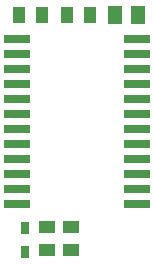
<source format=gbr>
G04 EAGLE Gerber RS-274X export*
G75*
%MOMM*%
%FSLAX34Y34*%
%LPD*%
%INSolderpaste Top*%
%IPPOS*%
%AMOC8*
5,1,8,0,0,1.08239X$1,22.5*%
G01*
%ADD10R,1.100000X1.400000*%
%ADD11R,0.800000X1.000000*%
%ADD12R,1.300000X1.500000*%
%ADD13R,2.286000X0.635000*%
%ADD14R,1.400000X1.100000*%


D10*
X-49370Y82550D03*
X-29370Y82550D03*
X11270Y82550D03*
X-8730Y82550D03*
D11*
X-44450Y-97950D03*
X-44450Y-117950D03*
D12*
X51410Y82550D03*
X32410Y82550D03*
D13*
X-50800Y62230D03*
X-50800Y49530D03*
X-50800Y36830D03*
X-50800Y24130D03*
X-50800Y11430D03*
X-50800Y-1270D03*
X-50800Y-13970D03*
X-50800Y-26670D03*
X-50800Y-39370D03*
X-50800Y-52070D03*
X-50800Y-64770D03*
X-50800Y-77470D03*
X50800Y-77470D03*
X50800Y-64770D03*
X50800Y-52070D03*
X50800Y-39370D03*
X50800Y-26670D03*
X50800Y-13970D03*
X50800Y-1270D03*
X50800Y11430D03*
X50800Y24130D03*
X50800Y36830D03*
X50800Y49530D03*
X50800Y62230D03*
D14*
X-5080Y-116680D03*
X-5080Y-96680D03*
X-25400Y-116680D03*
X-25400Y-96680D03*
M02*

</source>
